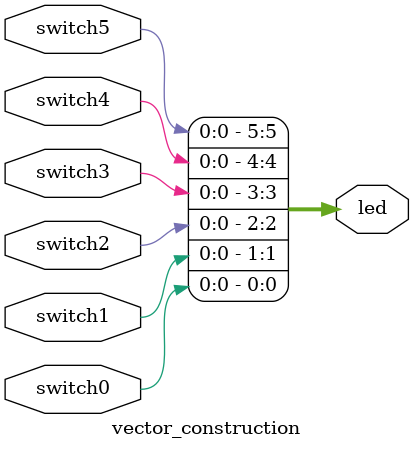
<source format=v>
`timescale 1ns / 1ps


module vector_construction(
	input switch0,
	input switch1,
	input switch2,
	input switch3,
	input switch4,
	input switch5,
	output [5:0] led
    );

assign led = {switch5, switch4, switch3, switch2, switch1, switch0};

endmodule

</source>
